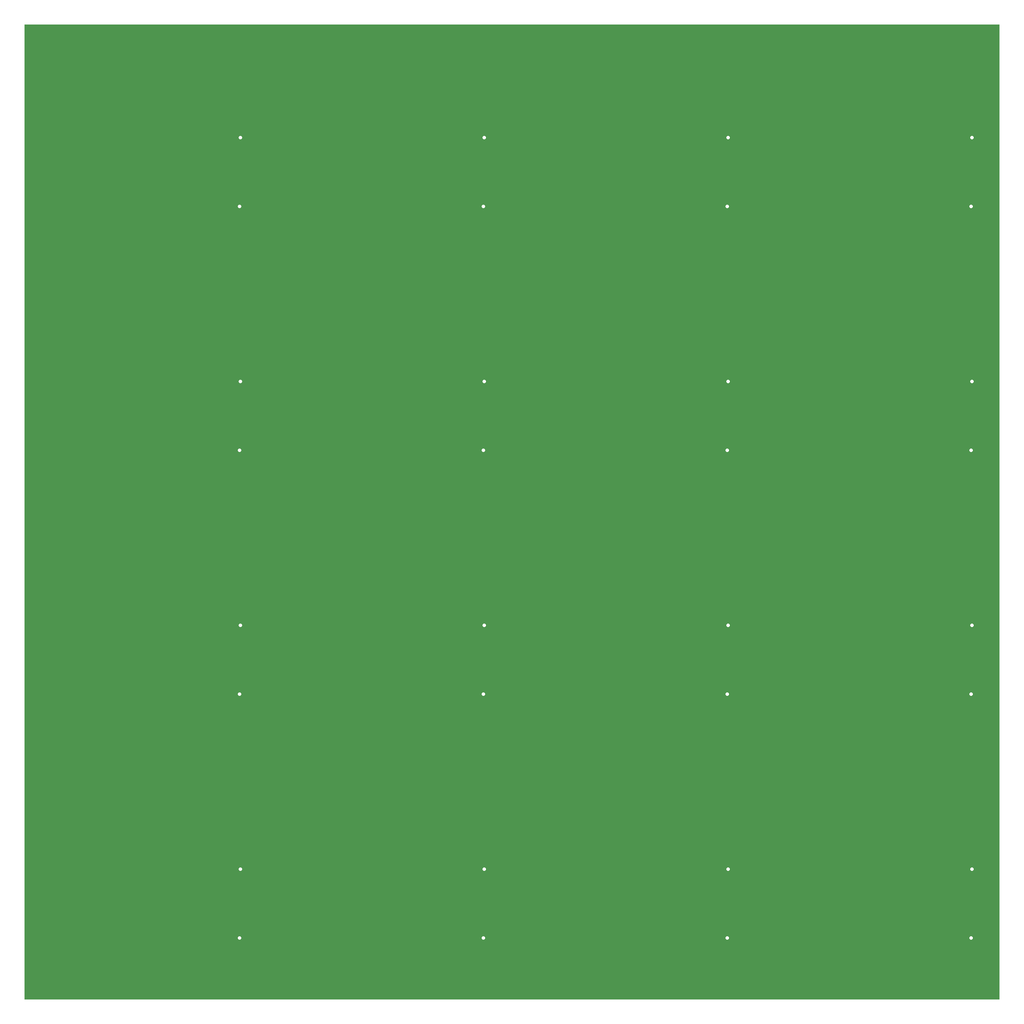
<source format=gbr>
G04 =======================================* 
G04 File Format: RS-274X * 
G04 Date:        April 20 2025 * 
G04 Time:        16:51:21 * 
G04 =======================================* 
G04 Format description *** 
G04 Code:          ASCII * 
G04 Unit:          Millimeter * 
G04 Coordinates:   Absolut * 
G04 Digits:        3.3-format * 
G04 Zeros skipped: Leading zeros omitted * 
G04 =======================================* 
%FSLAX33Y33*%
%MOMM*%
G90*
G71*
%ADD10C,0.7*%
%LPD*%
G36*
G01X-95993Y-96001D02*
G01X96006Y-96001D01*
G01X96006Y95998D01*
G01X-95993Y95998D01*
G37*
%LPC*%
G54D10*
X-53593Y60169D03*
G54D10*
X-53464Y73698D03*
G54D10*
X-5593Y60169D03*
G54D10*
X-5464Y73698D03*
G54D10*
X42406Y60169D03*
G54D10*
X42535Y73698D03*
G54D10*
X90406Y60169D03*
G54D10*
X90535Y73698D03*
G54D10*
X-53593Y12169D03*
G54D10*
X-53464Y25698D03*
G54D10*
X-5593Y12169D03*
G54D10*
X-5464Y25698D03*
G54D10*
X42406Y12169D03*
G54D10*
X42535Y25698D03*
G54D10*
X90406Y12169D03*
G54D10*
X90535Y25698D03*
G54D10*
X-53593Y-35830D03*
G54D10*
X-53464Y-22301D03*
G54D10*
X-5593Y-35830D03*
G54D10*
X-5464Y-22301D03*
G54D10*
X42406Y-35830D03*
G54D10*
X42535Y-22301D03*
G54D10*
X90406Y-35830D03*
G54D10*
X90535Y-22301D03*
G54D10*
X-53593Y-83830D03*
G54D10*
X-53464Y-70301D03*
G54D10*
X-5593Y-83830D03*
G54D10*
X-5464Y-70301D03*
G54D10*
X42406Y-83830D03*
G54D10*
X42535Y-70301D03*
G54D10*
X90406Y-83830D03*
G54D10*
X90535Y-70301D03*
M02* 
G04 End Of Gerber File* 

</source>
